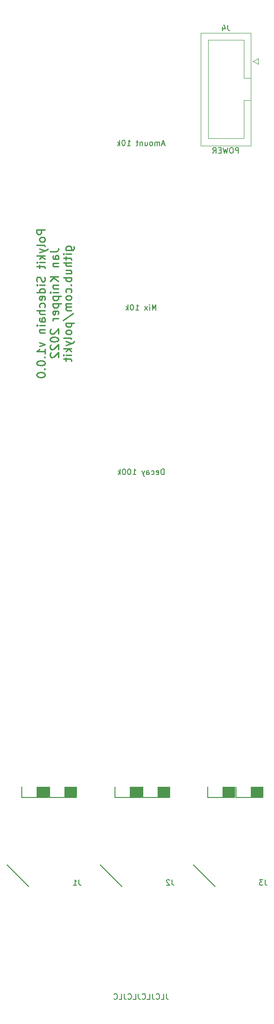
<source format=gbr>
%TF.GenerationSoftware,KiCad,Pcbnew,6.0.9-8da3e8f707~117~ubuntu22.04.1*%
%TF.CreationDate,2022-12-15T23:13:04+01:00*%
%TF.ProjectId,kosmo-sidechain,6b6f736d-6f2d-4736-9964-65636861696e,v1.0.0*%
%TF.SameCoordinates,Original*%
%TF.FileFunction,Legend,Bot*%
%TF.FilePolarity,Positive*%
%FSLAX46Y46*%
G04 Gerber Fmt 4.6, Leading zero omitted, Abs format (unit mm)*
G04 Created by KiCad (PCBNEW 6.0.9-8da3e8f707~117~ubuntu22.04.1) date 2022-12-15 23:13:04*
%MOMM*%
%LPD*%
G01*
G04 APERTURE LIST*
%ADD10C,0.150000*%
%ADD11C,0.250000*%
%ADD12C,0.100000*%
%ADD13C,0.120000*%
G04 APERTURE END LIST*
D10*
X74619047Y-220052380D02*
X74619047Y-220766666D01*
X74666666Y-220909523D01*
X74761904Y-221004761D01*
X74904761Y-221052380D01*
X75000000Y-221052380D01*
X73666666Y-221052380D02*
X74142857Y-221052380D01*
X74142857Y-220052380D01*
X72761904Y-220957142D02*
X72809523Y-221004761D01*
X72952380Y-221052380D01*
X73047619Y-221052380D01*
X73190476Y-221004761D01*
X73285714Y-220909523D01*
X73333333Y-220814285D01*
X73380952Y-220623809D01*
X73380952Y-220480952D01*
X73333333Y-220290476D01*
X73285714Y-220195238D01*
X73190476Y-220100000D01*
X73047619Y-220052380D01*
X72952380Y-220052380D01*
X72809523Y-220100000D01*
X72761904Y-220147619D01*
X72047619Y-220052380D02*
X72047619Y-220766666D01*
X72095238Y-220909523D01*
X72190476Y-221004761D01*
X72333333Y-221052380D01*
X72428571Y-221052380D01*
X71095238Y-221052380D02*
X71571428Y-221052380D01*
X71571428Y-220052380D01*
X70190476Y-220957142D02*
X70238095Y-221004761D01*
X70380952Y-221052380D01*
X70476190Y-221052380D01*
X70619047Y-221004761D01*
X70714285Y-220909523D01*
X70761904Y-220814285D01*
X70809523Y-220623809D01*
X70809523Y-220480952D01*
X70761904Y-220290476D01*
X70714285Y-220195238D01*
X70619047Y-220100000D01*
X70476190Y-220052380D01*
X70380952Y-220052380D01*
X70238095Y-220100000D01*
X70190476Y-220147619D01*
X69476190Y-220052380D02*
X69476190Y-220766666D01*
X69523809Y-220909523D01*
X69619047Y-221004761D01*
X69761904Y-221052380D01*
X69857142Y-221052380D01*
X68523809Y-221052380D02*
X69000000Y-221052380D01*
X69000000Y-220052380D01*
X67619047Y-220957142D02*
X67666666Y-221004761D01*
X67809523Y-221052380D01*
X67904761Y-221052380D01*
X68047619Y-221004761D01*
X68142857Y-220909523D01*
X68190476Y-220814285D01*
X68238095Y-220623809D01*
X68238095Y-220480952D01*
X68190476Y-220290476D01*
X68142857Y-220195238D01*
X68047619Y-220100000D01*
X67904761Y-220052380D01*
X67809523Y-220052380D01*
X67666666Y-220100000D01*
X67619047Y-220147619D01*
X66904761Y-220052380D02*
X66904761Y-220766666D01*
X66952380Y-220909523D01*
X67047619Y-221004761D01*
X67190476Y-221052380D01*
X67285714Y-221052380D01*
X65952380Y-221052380D02*
X66428571Y-221052380D01*
X66428571Y-220052380D01*
X65047619Y-220957142D02*
X65095238Y-221004761D01*
X65238095Y-221052380D01*
X65333333Y-221052380D01*
X65476190Y-221004761D01*
X65571428Y-220909523D01*
X65619047Y-220814285D01*
X65666666Y-220623809D01*
X65666666Y-220480952D01*
X65619047Y-220290476D01*
X65571428Y-220195238D01*
X65476190Y-220100000D01*
X65333333Y-220052380D01*
X65238095Y-220052380D01*
X65095238Y-220100000D01*
X65047619Y-220147619D01*
D11*
X52463571Y-80671428D02*
X50963571Y-80671428D01*
X50963571Y-81242857D01*
X51035000Y-81385714D01*
X51106428Y-81457142D01*
X51249285Y-81528571D01*
X51463571Y-81528571D01*
X51606428Y-81457142D01*
X51677857Y-81385714D01*
X51749285Y-81242857D01*
X51749285Y-80671428D01*
X52463571Y-82385714D02*
X52392142Y-82242857D01*
X52320714Y-82171428D01*
X52177857Y-82100000D01*
X51749285Y-82100000D01*
X51606428Y-82171428D01*
X51535000Y-82242857D01*
X51463571Y-82385714D01*
X51463571Y-82600000D01*
X51535000Y-82742857D01*
X51606428Y-82814285D01*
X51749285Y-82885714D01*
X52177857Y-82885714D01*
X52320714Y-82814285D01*
X52392142Y-82742857D01*
X52463571Y-82600000D01*
X52463571Y-82385714D01*
X52463571Y-83742857D02*
X52392142Y-83600000D01*
X52249285Y-83528571D01*
X50963571Y-83528571D01*
X51463571Y-84171428D02*
X52463571Y-84528571D01*
X51463571Y-84885714D02*
X52463571Y-84528571D01*
X52820714Y-84385714D01*
X52892142Y-84314285D01*
X52963571Y-84171428D01*
X52463571Y-85457142D02*
X50963571Y-85457142D01*
X51892142Y-85600000D02*
X52463571Y-86028571D01*
X51463571Y-86028571D02*
X52035000Y-85457142D01*
X52463571Y-86671428D02*
X51463571Y-86671428D01*
X50963571Y-86671428D02*
X51035000Y-86600000D01*
X51106428Y-86671428D01*
X51035000Y-86742857D01*
X50963571Y-86671428D01*
X51106428Y-86671428D01*
X51463571Y-87171428D02*
X51463571Y-87742857D01*
X50963571Y-87385714D02*
X52249285Y-87385714D01*
X52392142Y-87457142D01*
X52463571Y-87600000D01*
X52463571Y-87742857D01*
X52392142Y-89314285D02*
X52463571Y-89528571D01*
X52463571Y-89885714D01*
X52392142Y-90028571D01*
X52320714Y-90100000D01*
X52177857Y-90171428D01*
X52035000Y-90171428D01*
X51892142Y-90100000D01*
X51820714Y-90028571D01*
X51749285Y-89885714D01*
X51677857Y-89600000D01*
X51606428Y-89457142D01*
X51535000Y-89385714D01*
X51392142Y-89314285D01*
X51249285Y-89314285D01*
X51106428Y-89385714D01*
X51035000Y-89457142D01*
X50963571Y-89600000D01*
X50963571Y-89957142D01*
X51035000Y-90171428D01*
X52463571Y-90814285D02*
X51463571Y-90814285D01*
X50963571Y-90814285D02*
X51035000Y-90742857D01*
X51106428Y-90814285D01*
X51035000Y-90885714D01*
X50963571Y-90814285D01*
X51106428Y-90814285D01*
X52463571Y-92171428D02*
X50963571Y-92171428D01*
X52392142Y-92171428D02*
X52463571Y-92028571D01*
X52463571Y-91742857D01*
X52392142Y-91600000D01*
X52320714Y-91528571D01*
X52177857Y-91457142D01*
X51749285Y-91457142D01*
X51606428Y-91528571D01*
X51535000Y-91600000D01*
X51463571Y-91742857D01*
X51463571Y-92028571D01*
X51535000Y-92171428D01*
X52392142Y-93457142D02*
X52463571Y-93314285D01*
X52463571Y-93028571D01*
X52392142Y-92885714D01*
X52249285Y-92814285D01*
X51677857Y-92814285D01*
X51535000Y-92885714D01*
X51463571Y-93028571D01*
X51463571Y-93314285D01*
X51535000Y-93457142D01*
X51677857Y-93528571D01*
X51820714Y-93528571D01*
X51963571Y-92814285D01*
X52392142Y-94814285D02*
X52463571Y-94671428D01*
X52463571Y-94385714D01*
X52392142Y-94242857D01*
X52320714Y-94171428D01*
X52177857Y-94100000D01*
X51749285Y-94100000D01*
X51606428Y-94171428D01*
X51535000Y-94242857D01*
X51463571Y-94385714D01*
X51463571Y-94671428D01*
X51535000Y-94814285D01*
X52463571Y-95457142D02*
X50963571Y-95457142D01*
X52463571Y-96100000D02*
X51677857Y-96100000D01*
X51535000Y-96028571D01*
X51463571Y-95885714D01*
X51463571Y-95671428D01*
X51535000Y-95528571D01*
X51606428Y-95457142D01*
X52463571Y-97457142D02*
X51677857Y-97457142D01*
X51535000Y-97385714D01*
X51463571Y-97242857D01*
X51463571Y-96957142D01*
X51535000Y-96814285D01*
X52392142Y-97457142D02*
X52463571Y-97314285D01*
X52463571Y-96957142D01*
X52392142Y-96814285D01*
X52249285Y-96742857D01*
X52106428Y-96742857D01*
X51963571Y-96814285D01*
X51892142Y-96957142D01*
X51892142Y-97314285D01*
X51820714Y-97457142D01*
X52463571Y-98171428D02*
X51463571Y-98171428D01*
X50963571Y-98171428D02*
X51035000Y-98100000D01*
X51106428Y-98171428D01*
X51035000Y-98242857D01*
X50963571Y-98171428D01*
X51106428Y-98171428D01*
X51463571Y-98885714D02*
X52463571Y-98885714D01*
X51606428Y-98885714D02*
X51535000Y-98957142D01*
X51463571Y-99100000D01*
X51463571Y-99314285D01*
X51535000Y-99457142D01*
X51677857Y-99528571D01*
X52463571Y-99528571D01*
X51463571Y-101242857D02*
X52463571Y-101600000D01*
X51463571Y-101957142D01*
X52463571Y-103314285D02*
X52463571Y-102457142D01*
X52463571Y-102885714D02*
X50963571Y-102885714D01*
X51177857Y-102742857D01*
X51320714Y-102600000D01*
X51392142Y-102457142D01*
X52320714Y-103957142D02*
X52392142Y-104028571D01*
X52463571Y-103957142D01*
X52392142Y-103885714D01*
X52320714Y-103957142D01*
X52463571Y-103957142D01*
X50963571Y-104957142D02*
X50963571Y-105100000D01*
X51035000Y-105242857D01*
X51106428Y-105314285D01*
X51249285Y-105385714D01*
X51535000Y-105457142D01*
X51892142Y-105457142D01*
X52177857Y-105385714D01*
X52320714Y-105314285D01*
X52392142Y-105242857D01*
X52463571Y-105100000D01*
X52463571Y-104957142D01*
X52392142Y-104814285D01*
X52320714Y-104742857D01*
X52177857Y-104671428D01*
X51892142Y-104600000D01*
X51535000Y-104600000D01*
X51249285Y-104671428D01*
X51106428Y-104742857D01*
X51035000Y-104814285D01*
X50963571Y-104957142D01*
X52320714Y-106100000D02*
X52392142Y-106171428D01*
X52463571Y-106100000D01*
X52392142Y-106028571D01*
X52320714Y-106100000D01*
X52463571Y-106100000D01*
X50963571Y-107100000D02*
X50963571Y-107242857D01*
X51035000Y-107385714D01*
X51106428Y-107457142D01*
X51249285Y-107528571D01*
X51535000Y-107600000D01*
X51892142Y-107600000D01*
X52177857Y-107528571D01*
X52320714Y-107457142D01*
X52392142Y-107385714D01*
X52463571Y-107242857D01*
X52463571Y-107100000D01*
X52392142Y-106957142D01*
X52320714Y-106885714D01*
X52177857Y-106814285D01*
X51892142Y-106742857D01*
X51535000Y-106742857D01*
X51249285Y-106814285D01*
X51106428Y-106885714D01*
X51035000Y-106957142D01*
X50963571Y-107100000D01*
X53378571Y-84707142D02*
X54450000Y-84707142D01*
X54664285Y-84635714D01*
X54807142Y-84492857D01*
X54878571Y-84278571D01*
X54878571Y-84135714D01*
X54878571Y-86064285D02*
X54092857Y-86064285D01*
X53950000Y-85992857D01*
X53878571Y-85850000D01*
X53878571Y-85564285D01*
X53950000Y-85421428D01*
X54807142Y-86064285D02*
X54878571Y-85921428D01*
X54878571Y-85564285D01*
X54807142Y-85421428D01*
X54664285Y-85350000D01*
X54521428Y-85350000D01*
X54378571Y-85421428D01*
X54307142Y-85564285D01*
X54307142Y-85921428D01*
X54235714Y-86064285D01*
X53878571Y-86778571D02*
X54878571Y-86778571D01*
X54021428Y-86778571D02*
X53950000Y-86850000D01*
X53878571Y-86992857D01*
X53878571Y-87207142D01*
X53950000Y-87350000D01*
X54092857Y-87421428D01*
X54878571Y-87421428D01*
X54878571Y-89278571D02*
X53378571Y-89278571D01*
X54878571Y-90135714D02*
X54021428Y-89492857D01*
X53378571Y-90135714D02*
X54235714Y-89278571D01*
X53878571Y-90778571D02*
X54878571Y-90778571D01*
X54021428Y-90778571D02*
X53950000Y-90850000D01*
X53878571Y-90992857D01*
X53878571Y-91207142D01*
X53950000Y-91350000D01*
X54092857Y-91421428D01*
X54878571Y-91421428D01*
X54878571Y-92135714D02*
X53878571Y-92135714D01*
X53378571Y-92135714D02*
X53450000Y-92064285D01*
X53521428Y-92135714D01*
X53450000Y-92207142D01*
X53378571Y-92135714D01*
X53521428Y-92135714D01*
X53878571Y-92850000D02*
X55378571Y-92850000D01*
X53950000Y-92850000D02*
X53878571Y-92992857D01*
X53878571Y-93278571D01*
X53950000Y-93421428D01*
X54021428Y-93492857D01*
X54164285Y-93564285D01*
X54592857Y-93564285D01*
X54735714Y-93492857D01*
X54807142Y-93421428D01*
X54878571Y-93278571D01*
X54878571Y-92992857D01*
X54807142Y-92850000D01*
X53878571Y-94207142D02*
X55378571Y-94207142D01*
X53950000Y-94207142D02*
X53878571Y-94350000D01*
X53878571Y-94635714D01*
X53950000Y-94778571D01*
X54021428Y-94850000D01*
X54164285Y-94921428D01*
X54592857Y-94921428D01*
X54735714Y-94850000D01*
X54807142Y-94778571D01*
X54878571Y-94635714D01*
X54878571Y-94350000D01*
X54807142Y-94207142D01*
X54807142Y-96135714D02*
X54878571Y-95992857D01*
X54878571Y-95707142D01*
X54807142Y-95564285D01*
X54664285Y-95492857D01*
X54092857Y-95492857D01*
X53950000Y-95564285D01*
X53878571Y-95707142D01*
X53878571Y-95992857D01*
X53950000Y-96135714D01*
X54092857Y-96207142D01*
X54235714Y-96207142D01*
X54378571Y-95492857D01*
X54878571Y-96850000D02*
X53878571Y-96850000D01*
X54164285Y-96850000D02*
X54021428Y-96921428D01*
X53950000Y-96992857D01*
X53878571Y-97135714D01*
X53878571Y-97278571D01*
X53521428Y-98850000D02*
X53450000Y-98921428D01*
X53378571Y-99064285D01*
X53378571Y-99421428D01*
X53450000Y-99564285D01*
X53521428Y-99635714D01*
X53664285Y-99707142D01*
X53807142Y-99707142D01*
X54021428Y-99635714D01*
X54878571Y-98778571D01*
X54878571Y-99707142D01*
X53378571Y-100635714D02*
X53378571Y-100778571D01*
X53450000Y-100921428D01*
X53521428Y-100992857D01*
X53664285Y-101064285D01*
X53950000Y-101135714D01*
X54307142Y-101135714D01*
X54592857Y-101064285D01*
X54735714Y-100992857D01*
X54807142Y-100921428D01*
X54878571Y-100778571D01*
X54878571Y-100635714D01*
X54807142Y-100492857D01*
X54735714Y-100421428D01*
X54592857Y-100350000D01*
X54307142Y-100278571D01*
X53950000Y-100278571D01*
X53664285Y-100350000D01*
X53521428Y-100421428D01*
X53450000Y-100492857D01*
X53378571Y-100635714D01*
X53521428Y-101707142D02*
X53450000Y-101778571D01*
X53378571Y-101921428D01*
X53378571Y-102278571D01*
X53450000Y-102421428D01*
X53521428Y-102492857D01*
X53664285Y-102564285D01*
X53807142Y-102564285D01*
X54021428Y-102492857D01*
X54878571Y-101635714D01*
X54878571Y-102564285D01*
X53521428Y-103135714D02*
X53450000Y-103207142D01*
X53378571Y-103350000D01*
X53378571Y-103707142D01*
X53450000Y-103850000D01*
X53521428Y-103921428D01*
X53664285Y-103992857D01*
X53807142Y-103992857D01*
X54021428Y-103921428D01*
X54878571Y-103064285D01*
X54878571Y-103992857D01*
X56293571Y-84421428D02*
X57507857Y-84421428D01*
X57650714Y-84350000D01*
X57722142Y-84278571D01*
X57793571Y-84135714D01*
X57793571Y-83921428D01*
X57722142Y-83778571D01*
X57222142Y-84421428D02*
X57293571Y-84278571D01*
X57293571Y-83992857D01*
X57222142Y-83850000D01*
X57150714Y-83778571D01*
X57007857Y-83707142D01*
X56579285Y-83707142D01*
X56436428Y-83778571D01*
X56365000Y-83850000D01*
X56293571Y-83992857D01*
X56293571Y-84278571D01*
X56365000Y-84421428D01*
X57293571Y-85135714D02*
X56293571Y-85135714D01*
X55793571Y-85135714D02*
X55865000Y-85064285D01*
X55936428Y-85135714D01*
X55865000Y-85207142D01*
X55793571Y-85135714D01*
X55936428Y-85135714D01*
X56293571Y-85635714D02*
X56293571Y-86207142D01*
X55793571Y-85850000D02*
X57079285Y-85850000D01*
X57222142Y-85921428D01*
X57293571Y-86064285D01*
X57293571Y-86207142D01*
X57293571Y-86707142D02*
X55793571Y-86707142D01*
X57293571Y-87350000D02*
X56507857Y-87350000D01*
X56365000Y-87278571D01*
X56293571Y-87135714D01*
X56293571Y-86921428D01*
X56365000Y-86778571D01*
X56436428Y-86707142D01*
X56293571Y-88707142D02*
X57293571Y-88707142D01*
X56293571Y-88064285D02*
X57079285Y-88064285D01*
X57222142Y-88135714D01*
X57293571Y-88278571D01*
X57293571Y-88492857D01*
X57222142Y-88635714D01*
X57150714Y-88707142D01*
X57293571Y-89421428D02*
X55793571Y-89421428D01*
X56365000Y-89421428D02*
X56293571Y-89564285D01*
X56293571Y-89850000D01*
X56365000Y-89992857D01*
X56436428Y-90064285D01*
X56579285Y-90135714D01*
X57007857Y-90135714D01*
X57150714Y-90064285D01*
X57222142Y-89992857D01*
X57293571Y-89850000D01*
X57293571Y-89564285D01*
X57222142Y-89421428D01*
X57150714Y-90778571D02*
X57222142Y-90850000D01*
X57293571Y-90778571D01*
X57222142Y-90707142D01*
X57150714Y-90778571D01*
X57293571Y-90778571D01*
X57222142Y-92135714D02*
X57293571Y-91992857D01*
X57293571Y-91707142D01*
X57222142Y-91564285D01*
X57150714Y-91492857D01*
X57007857Y-91421428D01*
X56579285Y-91421428D01*
X56436428Y-91492857D01*
X56365000Y-91564285D01*
X56293571Y-91707142D01*
X56293571Y-91992857D01*
X56365000Y-92135714D01*
X57293571Y-92992857D02*
X57222142Y-92850000D01*
X57150714Y-92778571D01*
X57007857Y-92707142D01*
X56579285Y-92707142D01*
X56436428Y-92778571D01*
X56365000Y-92850000D01*
X56293571Y-92992857D01*
X56293571Y-93207142D01*
X56365000Y-93350000D01*
X56436428Y-93421428D01*
X56579285Y-93492857D01*
X57007857Y-93492857D01*
X57150714Y-93421428D01*
X57222142Y-93350000D01*
X57293571Y-93207142D01*
X57293571Y-92992857D01*
X57293571Y-94135714D02*
X56293571Y-94135714D01*
X56436428Y-94135714D02*
X56365000Y-94207142D01*
X56293571Y-94350000D01*
X56293571Y-94564285D01*
X56365000Y-94707142D01*
X56507857Y-94778571D01*
X57293571Y-94778571D01*
X56507857Y-94778571D02*
X56365000Y-94850000D01*
X56293571Y-94992857D01*
X56293571Y-95207142D01*
X56365000Y-95350000D01*
X56507857Y-95421428D01*
X57293571Y-95421428D01*
X55722142Y-97207142D02*
X57650714Y-95921428D01*
X56293571Y-97707142D02*
X57793571Y-97707142D01*
X56365000Y-97707142D02*
X56293571Y-97850000D01*
X56293571Y-98135714D01*
X56365000Y-98278571D01*
X56436428Y-98350000D01*
X56579285Y-98421428D01*
X57007857Y-98421428D01*
X57150714Y-98350000D01*
X57222142Y-98278571D01*
X57293571Y-98135714D01*
X57293571Y-97850000D01*
X57222142Y-97707142D01*
X57293571Y-99278571D02*
X57222142Y-99135714D01*
X57150714Y-99064285D01*
X57007857Y-98992857D01*
X56579285Y-98992857D01*
X56436428Y-99064285D01*
X56365000Y-99135714D01*
X56293571Y-99278571D01*
X56293571Y-99492857D01*
X56365000Y-99635714D01*
X56436428Y-99707142D01*
X56579285Y-99778571D01*
X57007857Y-99778571D01*
X57150714Y-99707142D01*
X57222142Y-99635714D01*
X57293571Y-99492857D01*
X57293571Y-99278571D01*
X57293571Y-100635714D02*
X57222142Y-100492857D01*
X57079285Y-100421428D01*
X55793571Y-100421428D01*
X56293571Y-101064285D02*
X57293571Y-101421428D01*
X56293571Y-101778571D02*
X57293571Y-101421428D01*
X57650714Y-101278571D01*
X57722142Y-101207142D01*
X57793571Y-101064285D01*
X57293571Y-102350000D02*
X55793571Y-102350000D01*
X56722142Y-102492857D02*
X57293571Y-102921428D01*
X56293571Y-102921428D02*
X56865000Y-102350000D01*
X57293571Y-103564285D02*
X56293571Y-103564285D01*
X55793571Y-103564285D02*
X55865000Y-103492857D01*
X55936428Y-103564285D01*
X55865000Y-103635714D01*
X55793571Y-103564285D01*
X55936428Y-103564285D01*
X56293571Y-104064285D02*
X56293571Y-104635714D01*
X55793571Y-104278571D02*
X57079285Y-104278571D01*
X57222142Y-104350000D01*
X57293571Y-104492857D01*
X57293571Y-104635714D01*
D10*
%TO.C,J1*%
X58633333Y-199252380D02*
X58633333Y-199966666D01*
X58680952Y-200109523D01*
X58776190Y-200204761D01*
X58919047Y-200252380D01*
X59014285Y-200252380D01*
X57633333Y-200252380D02*
X58204761Y-200252380D01*
X57919047Y-200252380D02*
X57919047Y-199252380D01*
X58014285Y-199395238D01*
X58109523Y-199490476D01*
X58204761Y-199538095D01*
%TO.C,J2*%
X75633333Y-199252380D02*
X75633333Y-199966666D01*
X75680952Y-200109523D01*
X75776190Y-200204761D01*
X75919047Y-200252380D01*
X76014285Y-200252380D01*
X75204761Y-199347619D02*
X75157142Y-199300000D01*
X75061904Y-199252380D01*
X74823809Y-199252380D01*
X74728571Y-199300000D01*
X74680952Y-199347619D01*
X74633333Y-199442857D01*
X74633333Y-199538095D01*
X74680952Y-199680952D01*
X75252380Y-200252380D01*
X74633333Y-200252380D01*
%TO.C,J3*%
X92633333Y-199252380D02*
X92633333Y-199966666D01*
X92680952Y-200109523D01*
X92776190Y-200204761D01*
X92919047Y-200252380D01*
X93014285Y-200252380D01*
X92252380Y-199252380D02*
X91633333Y-199252380D01*
X91966666Y-199633333D01*
X91823809Y-199633333D01*
X91728571Y-199680952D01*
X91680952Y-199728571D01*
X91633333Y-199823809D01*
X91633333Y-200061904D01*
X91680952Y-200157142D01*
X91728571Y-200204761D01*
X91823809Y-200252380D01*
X92109523Y-200252380D01*
X92204761Y-200204761D01*
X92252380Y-200157142D01*
%TO.C,RV1*%
X72714285Y-95352380D02*
X72714285Y-94352380D01*
X72380952Y-95066666D01*
X72047619Y-94352380D01*
X72047619Y-95352380D01*
X71571428Y-95352380D02*
X71571428Y-94685714D01*
X71571428Y-94352380D02*
X71619047Y-94400000D01*
X71571428Y-94447619D01*
X71523809Y-94400000D01*
X71571428Y-94352380D01*
X71571428Y-94447619D01*
X71190476Y-95352380D02*
X70666666Y-94685714D01*
X71190476Y-94685714D02*
X70666666Y-95352380D01*
X69000000Y-95352380D02*
X69571428Y-95352380D01*
X69285714Y-95352380D02*
X69285714Y-94352380D01*
X69380952Y-94495238D01*
X69476190Y-94590476D01*
X69571428Y-94638095D01*
X68380952Y-94352380D02*
X68285714Y-94352380D01*
X68190476Y-94400000D01*
X68142857Y-94447619D01*
X68095238Y-94542857D01*
X68047619Y-94733333D01*
X68047619Y-94971428D01*
X68095238Y-95161904D01*
X68142857Y-95257142D01*
X68190476Y-95304761D01*
X68285714Y-95352380D01*
X68380952Y-95352380D01*
X68476190Y-95304761D01*
X68523809Y-95257142D01*
X68571428Y-95161904D01*
X68619047Y-94971428D01*
X68619047Y-94733333D01*
X68571428Y-94542857D01*
X68523809Y-94447619D01*
X68476190Y-94400000D01*
X68380952Y-94352380D01*
X67619047Y-95352380D02*
X67619047Y-94352380D01*
X67523809Y-94971428D02*
X67238095Y-95352380D01*
X67238095Y-94685714D02*
X67619047Y-95066666D01*
%TO.C,RV2*%
X74285714Y-65066666D02*
X73809523Y-65066666D01*
X74380952Y-65352380D02*
X74047619Y-64352380D01*
X73714285Y-65352380D01*
X73380952Y-65352380D02*
X73380952Y-64685714D01*
X73380952Y-64780952D02*
X73333333Y-64733333D01*
X73238095Y-64685714D01*
X73095238Y-64685714D01*
X73000000Y-64733333D01*
X72952380Y-64828571D01*
X72952380Y-65352380D01*
X72952380Y-64828571D02*
X72904761Y-64733333D01*
X72809523Y-64685714D01*
X72666666Y-64685714D01*
X72571428Y-64733333D01*
X72523809Y-64828571D01*
X72523809Y-65352380D01*
X71904761Y-65352380D02*
X72000000Y-65304761D01*
X72047619Y-65257142D01*
X72095238Y-65161904D01*
X72095238Y-64876190D01*
X72047619Y-64780952D01*
X72000000Y-64733333D01*
X71904761Y-64685714D01*
X71761904Y-64685714D01*
X71666666Y-64733333D01*
X71619047Y-64780952D01*
X71571428Y-64876190D01*
X71571428Y-65161904D01*
X71619047Y-65257142D01*
X71666666Y-65304761D01*
X71761904Y-65352380D01*
X71904761Y-65352380D01*
X70714285Y-64685714D02*
X70714285Y-65352380D01*
X71142857Y-64685714D02*
X71142857Y-65209523D01*
X71095238Y-65304761D01*
X71000000Y-65352380D01*
X70857142Y-65352380D01*
X70761904Y-65304761D01*
X70714285Y-65257142D01*
X70238095Y-64685714D02*
X70238095Y-65352380D01*
X70238095Y-64780952D02*
X70190476Y-64733333D01*
X70095238Y-64685714D01*
X69952380Y-64685714D01*
X69857142Y-64733333D01*
X69809523Y-64828571D01*
X69809523Y-65352380D01*
X69476190Y-64685714D02*
X69095238Y-64685714D01*
X69333333Y-64352380D02*
X69333333Y-65209523D01*
X69285714Y-65304761D01*
X69190476Y-65352380D01*
X69095238Y-65352380D01*
X67476190Y-65352380D02*
X68047619Y-65352380D01*
X67761904Y-65352380D02*
X67761904Y-64352380D01*
X67857142Y-64495238D01*
X67952380Y-64590476D01*
X68047619Y-64638095D01*
X66857142Y-64352380D02*
X66761904Y-64352380D01*
X66666666Y-64400000D01*
X66619047Y-64447619D01*
X66571428Y-64542857D01*
X66523809Y-64733333D01*
X66523809Y-64971428D01*
X66571428Y-65161904D01*
X66619047Y-65257142D01*
X66666666Y-65304761D01*
X66761904Y-65352380D01*
X66857142Y-65352380D01*
X66952380Y-65304761D01*
X67000000Y-65257142D01*
X67047619Y-65161904D01*
X67095238Y-64971428D01*
X67095238Y-64733333D01*
X67047619Y-64542857D01*
X67000000Y-64447619D01*
X66952380Y-64400000D01*
X66857142Y-64352380D01*
X66095238Y-65352380D02*
X66095238Y-64352380D01*
X66000000Y-64971428D02*
X65714285Y-65352380D01*
X65714285Y-64685714D02*
X66095238Y-65066666D01*
%TO.C,RV3*%
X74166666Y-125352380D02*
X74166666Y-124352380D01*
X73928571Y-124352380D01*
X73785714Y-124400000D01*
X73690476Y-124495238D01*
X73642857Y-124590476D01*
X73595238Y-124780952D01*
X73595238Y-124923809D01*
X73642857Y-125114285D01*
X73690476Y-125209523D01*
X73785714Y-125304761D01*
X73928571Y-125352380D01*
X74166666Y-125352380D01*
X72785714Y-125304761D02*
X72880952Y-125352380D01*
X73071428Y-125352380D01*
X73166666Y-125304761D01*
X73214285Y-125209523D01*
X73214285Y-124828571D01*
X73166666Y-124733333D01*
X73071428Y-124685714D01*
X72880952Y-124685714D01*
X72785714Y-124733333D01*
X72738095Y-124828571D01*
X72738095Y-124923809D01*
X73214285Y-125019047D01*
X71880952Y-125304761D02*
X71976190Y-125352380D01*
X72166666Y-125352380D01*
X72261904Y-125304761D01*
X72309523Y-125257142D01*
X72357142Y-125161904D01*
X72357142Y-124876190D01*
X72309523Y-124780952D01*
X72261904Y-124733333D01*
X72166666Y-124685714D01*
X71976190Y-124685714D01*
X71880952Y-124733333D01*
X71023809Y-125352380D02*
X71023809Y-124828571D01*
X71071428Y-124733333D01*
X71166666Y-124685714D01*
X71357142Y-124685714D01*
X71452380Y-124733333D01*
X71023809Y-125304761D02*
X71119047Y-125352380D01*
X71357142Y-125352380D01*
X71452380Y-125304761D01*
X71500000Y-125209523D01*
X71500000Y-125114285D01*
X71452380Y-125019047D01*
X71357142Y-124971428D01*
X71119047Y-124971428D01*
X71023809Y-124923809D01*
X70642857Y-124685714D02*
X70404761Y-125352380D01*
X70166666Y-124685714D02*
X70404761Y-125352380D01*
X70500000Y-125590476D01*
X70547619Y-125638095D01*
X70642857Y-125685714D01*
X68500000Y-125352380D02*
X69071428Y-125352380D01*
X68785714Y-125352380D02*
X68785714Y-124352380D01*
X68880952Y-124495238D01*
X68976190Y-124590476D01*
X69071428Y-124638095D01*
X67880952Y-124352380D02*
X67785714Y-124352380D01*
X67690476Y-124400000D01*
X67642857Y-124447619D01*
X67595238Y-124542857D01*
X67547619Y-124733333D01*
X67547619Y-124971428D01*
X67595238Y-125161904D01*
X67642857Y-125257142D01*
X67690476Y-125304761D01*
X67785714Y-125352380D01*
X67880952Y-125352380D01*
X67976190Y-125304761D01*
X68023809Y-125257142D01*
X68071428Y-125161904D01*
X68119047Y-124971428D01*
X68119047Y-124733333D01*
X68071428Y-124542857D01*
X68023809Y-124447619D01*
X67976190Y-124400000D01*
X67880952Y-124352380D01*
X66928571Y-124352380D02*
X66833333Y-124352380D01*
X66738095Y-124400000D01*
X66690476Y-124447619D01*
X66642857Y-124542857D01*
X66595238Y-124733333D01*
X66595238Y-124971428D01*
X66642857Y-125161904D01*
X66690476Y-125257142D01*
X66738095Y-125304761D01*
X66833333Y-125352380D01*
X66928571Y-125352380D01*
X67023809Y-125304761D01*
X67071428Y-125257142D01*
X67119047Y-125161904D01*
X67166666Y-124971428D01*
X67166666Y-124733333D01*
X67119047Y-124542857D01*
X67071428Y-124447619D01*
X67023809Y-124400000D01*
X66928571Y-124352380D01*
X66166666Y-125352380D02*
X66166666Y-124352380D01*
X66071428Y-124971428D02*
X65785714Y-125352380D01*
X65785714Y-124685714D02*
X66166666Y-125066666D01*
%TO.C,J4*%
X85815833Y-43352380D02*
X85815833Y-44066666D01*
X85863452Y-44209523D01*
X85958690Y-44304761D01*
X86101547Y-44352380D01*
X86196785Y-44352380D01*
X84911071Y-43685714D02*
X84911071Y-44352380D01*
X85149166Y-43304761D02*
X85387261Y-44019047D01*
X84768214Y-44019047D01*
X87792023Y-66712380D02*
X87792023Y-65712380D01*
X87411071Y-65712380D01*
X87315833Y-65760000D01*
X87268214Y-65807619D01*
X87220595Y-65902857D01*
X87220595Y-66045714D01*
X87268214Y-66140952D01*
X87315833Y-66188571D01*
X87411071Y-66236190D01*
X87792023Y-66236190D01*
X86601547Y-65712380D02*
X86411071Y-65712380D01*
X86315833Y-65760000D01*
X86220595Y-65855238D01*
X86172976Y-66045714D01*
X86172976Y-66379047D01*
X86220595Y-66569523D01*
X86315833Y-66664761D01*
X86411071Y-66712380D01*
X86601547Y-66712380D01*
X86696785Y-66664761D01*
X86792023Y-66569523D01*
X86839642Y-66379047D01*
X86839642Y-66045714D01*
X86792023Y-65855238D01*
X86696785Y-65760000D01*
X86601547Y-65712380D01*
X85839642Y-65712380D02*
X85601547Y-66712380D01*
X85411071Y-65998095D01*
X85220595Y-66712380D01*
X84982500Y-65712380D01*
X84601547Y-66188571D02*
X84268214Y-66188571D01*
X84125357Y-66712380D02*
X84601547Y-66712380D01*
X84601547Y-65712380D01*
X84125357Y-65712380D01*
X83125357Y-66712380D02*
X83458690Y-66236190D01*
X83696785Y-66712380D02*
X83696785Y-65712380D01*
X83315833Y-65712380D01*
X83220595Y-65760000D01*
X83172976Y-65807619D01*
X83125357Y-65902857D01*
X83125357Y-66045714D01*
X83172976Y-66140952D01*
X83220595Y-66188571D01*
X83315833Y-66236190D01*
X83696785Y-66236190D01*
%TO.C,J1*%
X53100000Y-184300000D02*
X48200000Y-184300000D01*
X49500000Y-200500000D02*
X45500000Y-196500000D01*
X53300000Y-184300000D02*
X53300000Y-182300000D01*
X48200000Y-184300000D02*
X48200000Y-182300000D01*
X58200000Y-184300000D02*
X53300000Y-184300000D01*
G36*
X58200000Y-184100000D02*
G01*
X56000000Y-184100000D01*
X56000000Y-182300000D01*
X58200000Y-182300000D01*
X58200000Y-184100000D01*
G37*
D12*
X58200000Y-184100000D02*
X56000000Y-184100000D01*
X56000000Y-182300000D01*
X58200000Y-182300000D01*
X58200000Y-184100000D01*
G36*
X53100000Y-184100000D02*
G01*
X50900000Y-184100000D01*
X50900000Y-182300000D01*
X53100000Y-182300000D01*
X53100000Y-184100000D01*
G37*
X53100000Y-184100000D02*
X50900000Y-184100000D01*
X50900000Y-182300000D01*
X53100000Y-182300000D01*
X53100000Y-184100000D01*
D10*
%TO.C,J2*%
X70300000Y-184300000D02*
X70300000Y-182300000D01*
X70100000Y-184300000D02*
X65200000Y-184300000D01*
X66500000Y-200500000D02*
X62500000Y-196500000D01*
X65200000Y-184300000D02*
X65200000Y-182300000D01*
X75200000Y-184300000D02*
X70300000Y-184300000D01*
G36*
X75200000Y-184100000D02*
G01*
X73000000Y-184100000D01*
X73000000Y-182300000D01*
X75200000Y-182300000D01*
X75200000Y-184100000D01*
G37*
D12*
X75200000Y-184100000D02*
X73000000Y-184100000D01*
X73000000Y-182300000D01*
X75200000Y-182300000D01*
X75200000Y-184100000D01*
G36*
X70100000Y-184100000D02*
G01*
X67900000Y-184100000D01*
X67900000Y-182300000D01*
X70100000Y-182300000D01*
X70100000Y-184100000D01*
G37*
X70100000Y-184100000D02*
X67900000Y-184100000D01*
X67900000Y-182300000D01*
X70100000Y-182300000D01*
X70100000Y-184100000D01*
D10*
%TO.C,J3*%
X83500000Y-200500000D02*
X79500000Y-196500000D01*
X82200000Y-184300000D02*
X82200000Y-182300000D01*
X87100000Y-184300000D02*
X82200000Y-184300000D01*
X92200000Y-184300000D02*
X87300000Y-184300000D01*
X87300000Y-184300000D02*
X87300000Y-182300000D01*
G36*
X92200000Y-184100000D02*
G01*
X90000000Y-184100000D01*
X90000000Y-182300000D01*
X92200000Y-182300000D01*
X92200000Y-184100000D01*
G37*
D12*
X92200000Y-184100000D02*
X90000000Y-184100000D01*
X90000000Y-182300000D01*
X92200000Y-182300000D01*
X92200000Y-184100000D01*
G36*
X87100000Y-184100000D02*
G01*
X84900000Y-184100000D01*
X84900000Y-182300000D01*
X87100000Y-182300000D01*
X87100000Y-184100000D01*
G37*
X87100000Y-184100000D02*
X84900000Y-184100000D01*
X84900000Y-182300000D01*
X87100000Y-182300000D01*
X87100000Y-184100000D01*
D13*
%TO.C,J4*%
X80922500Y-44790000D02*
X80922500Y-65370000D01*
X90042500Y-53030000D02*
X88732500Y-53030000D01*
X80922500Y-65370000D02*
X90042500Y-65370000D01*
X82232500Y-64070000D02*
X88732500Y-64070000D01*
X90042500Y-65370000D02*
X90042500Y-44790000D01*
X88732500Y-57130000D02*
X90042500Y-57130000D01*
X91432500Y-50500000D02*
X90432500Y-50000000D01*
X88732500Y-57130000D02*
X88732500Y-57130000D01*
X90042500Y-44790000D02*
X80922500Y-44790000D01*
X91432500Y-49500000D02*
X91432500Y-50500000D01*
X88732500Y-53030000D02*
X88732500Y-46090000D01*
X90432500Y-50000000D02*
X91432500Y-49500000D01*
X88732500Y-46090000D02*
X82232500Y-46090000D01*
X82232500Y-46090000D02*
X82232500Y-64070000D01*
X88732500Y-64070000D02*
X88732500Y-57130000D01*
%TD*%
M02*

</source>
